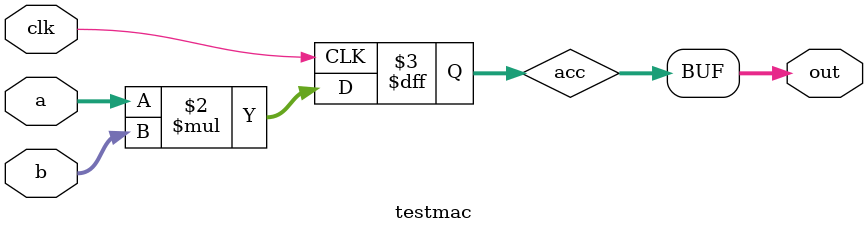
<source format=v>
module testmac(input clk, input signed [15:0] a, input signed [15:0] b, output signed [31:0] out);
    reg signed [31:0] acc;
    always @(posedge clk) begin
        acc <= a * b;
    end
    assign out = acc;
endmodule
</source>
